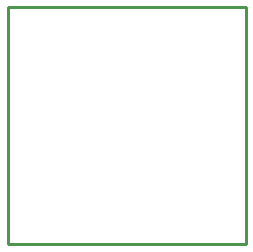
<source format=gbr>
G04 EAGLE Gerber RS-274X export*
G75*
%MOMM*%
%FSLAX34Y34*%
%LPD*%
%IN*%
%IPPOS*%
%AMOC8*
5,1,8,0,0,1.08239X$1,22.5*%
G01*
%ADD10C,0.254000*%


D10*
X1270Y0D02*
X203000Y0D01*
X203000Y201170D01*
X1270Y201170D01*
X1270Y0D01*
M02*

</source>
